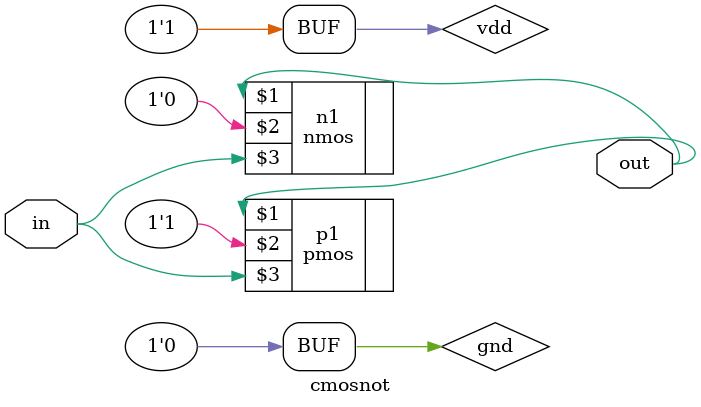
<source format=v>
`timescale 1ns / 1ps


module cmosnot(output out, input in);
supply1 vdd;
supply0 gnd;

    //Logic
    nmos n1(out,gnd,in);
    pmos p1(out,vdd,in);
    
endmodule

</source>
